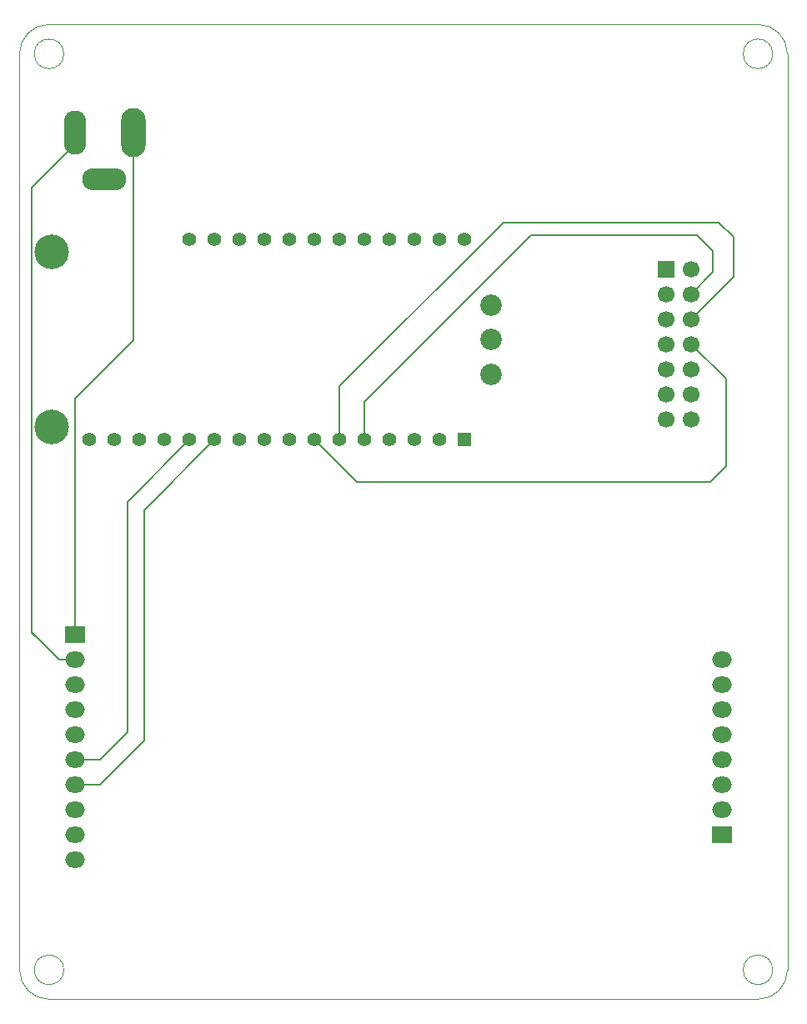
<source format=gbr>
%TF.GenerationSoftware,KiCad,Pcbnew,9.0.4*%
%TF.CreationDate,2025-09-21T19:32:39-04:00*%
%TF.ProjectId,Nanopositioner_V10,4e616e6f-706f-4736-9974-696f6e65725f,rev?*%
%TF.SameCoordinates,Original*%
%TF.FileFunction,Copper,L1,Top*%
%TF.FilePolarity,Positive*%
%FSLAX46Y46*%
G04 Gerber Fmt 4.6, Leading zero omitted, Abs format (unit mm)*
G04 Created by KiCad (PCBNEW 9.0.4) date 2025-09-21 19:32:39*
%MOMM*%
%LPD*%
G01*
G04 APERTURE LIST*
%TA.AperFunction,ComponentPad*%
%ADD10C,1.700000*%
%TD*%
%TA.AperFunction,ComponentPad*%
%ADD11R,1.700000X1.700000*%
%TD*%
%TA.AperFunction,ComponentPad*%
%ADD12O,2.000000X1.651000*%
%TD*%
%TA.AperFunction,ComponentPad*%
%ADD13R,2.000000X1.651000*%
%TD*%
%TA.AperFunction,ComponentPad*%
%ADD14C,1.408000*%
%TD*%
%TA.AperFunction,ComponentPad*%
%ADD15R,1.408000X1.408000*%
%TD*%
%TA.AperFunction,ComponentPad*%
%ADD16C,3.516000*%
%TD*%
%TA.AperFunction,ComponentPad*%
%ADD17C,2.184400*%
%TD*%
%TA.AperFunction,ComponentPad*%
%ADD18O,2.500000X5.000000*%
%TD*%
%TA.AperFunction,ComponentPad*%
%ADD19O,2.250000X4.500000*%
%TD*%
%TA.AperFunction,ComponentPad*%
%ADD20O,4.500000X2.250000*%
%TD*%
%TA.AperFunction,Conductor*%
%ADD21C,0.200000*%
%TD*%
%TA.AperFunction,Profile*%
%ADD22C,0.050000*%
%TD*%
G04 APERTURE END LIST*
D10*
%TO.P,U3,14,Y-*%
%TO.N,Net-(U1-2-)*%
X169200000Y-81080000D03*
%TO.P,U3,13,Y+*%
%TO.N,Net-(U1-2+)*%
X166660000Y-81080000D03*
%TO.P,U3,12,X-*%
%TO.N,Net-(U1-1-)*%
X169200000Y-78540000D03*
%TO.P,U3,11,X+*%
%TO.N,Net-(U1-1+)*%
X166660000Y-78540000D03*
%TO.P,U3,10,3V(Y)*%
%TO.N,Net-(U2-3.3V)*%
X169200000Y-76000000D03*
%TO.P,U3,9,3V(X)*%
X166660000Y-76000000D03*
%TO.P,U3,8,CS(Y)*%
%TO.N,Net-(U2-A5{slash}PA06)*%
X169200000Y-73460000D03*
%TO.P,U3,7,CS(X)*%
%TO.N,Net-(U2-A2{slash}PB08)*%
X166660000Y-73460000D03*
%TO.P,U3,6,CLK(Y)*%
%TO.N,Net-(U2-SCK{slash}PA17)*%
X169200000Y-70920000D03*
%TO.P,U3,5,CLK(X)*%
%TO.N,Net-(U2-A3{slash}PB09)*%
X166660000Y-70920000D03*
%TO.P,U3,4,DO(Y)*%
%TO.N,Net-(U2-MOSI{slash}PB23)*%
X169200000Y-68380000D03*
%TO.P,U3,3,DO(X)*%
%TO.N,Net-(U2-A4{slash}PA04)*%
X166660000Y-68380000D03*
%TO.P,U3,2,GND(Y)*%
%TO.N,Net-(U1-OS)*%
X169200000Y-65840000D03*
D11*
%TO.P,U3,1,GND(X)*%
X166660000Y-65840000D03*
%TD*%
D12*
%TO.P,U1,16,3+*%
%TO.N,unconnected-(U1-3+-Pad16)*%
X172309000Y-110620000D03*
%TO.P,U1,15,2-*%
%TO.N,Net-(U1-2-)*%
X172309000Y-113160000D03*
D13*
%TO.P,U1,11,G*%
%TO.N,unconnected-(U1-G-Pad11)*%
X172309000Y-123320000D03*
D12*
%TO.P,U1,12,1+*%
%TO.N,Net-(U1-1+)*%
X172309000Y-120780000D03*
%TO.P,U1,14,2+*%
%TO.N,Net-(U1-2+)*%
X172309000Y-115700000D03*
%TO.P,U1,13,1-*%
%TO.N,Net-(U1-1-)*%
X172309000Y-118240000D03*
%TO.P,U1,17,3-*%
%TO.N,unconnected-(U1-3--Pad17)*%
X172309000Y-108080000D03*
%TO.P,U1,18,G*%
%TO.N,unconnected-(U1-G-Pad18)*%
X172309000Y-105540000D03*
%TO.P,U1,6,V1*%
%TO.N,Net-(U1-V1)*%
X106650000Y-115700000D03*
%TO.P,U1,5,R-*%
%TO.N,unconnected-(U1-R--Pad5)*%
X106650000Y-113160000D03*
D13*
%TO.P,U1,1,VS*%
%TO.N,Net-(U1-VS)*%
X106650000Y-103000000D03*
D12*
%TO.P,U1,2,G*%
%TO.N,Net-(J1-Pad2)*%
X106650000Y-105540000D03*
%TO.P,U1,4,R+*%
%TO.N,unconnected-(U1-R+-Pad4)*%
X106650000Y-110620000D03*
%TO.P,U1,3,EN*%
%TO.N,unconnected-(U1-EN-Pad3)*%
X106650000Y-108080000D03*
%TO.P,U1,7,V2*%
%TO.N,Net-(U1-V2)*%
X106650000Y-118240000D03*
%TO.P,U1,8,V3*%
%TO.N,unconnected-(U1-V3-Pad8)*%
X106650000Y-120780000D03*
%TO.P,U1,10,OS*%
%TO.N,Net-(U1-OS)*%
X106650000Y-125860000D03*
%TO.P,U1,9,G*%
%TO.N,unconnected-(U1-G-Pad9)*%
X106650000Y-123320000D03*
%TD*%
D14*
%TO.P,U2,16,RESET*%
%TO.N,unconnected-(U2-RESET-Pad16)*%
X108103500Y-83172500D03*
%TO.P,U2,15,3.3V*%
%TO.N,Net-(U2-3.3V)*%
X110643500Y-83172500D03*
%TO.P,U2,14,AREF*%
%TO.N,unconnected-(U2-AREF-Pad14)*%
X113183500Y-83172500D03*
%TO.P,U2,13,GND*%
%TO.N,Net-(U1-OS)*%
X115723500Y-83172500D03*
%TO.P,U2,12,A0/PA02*%
%TO.N,Net-(U1-V1)*%
X118263500Y-83172500D03*
%TO.P,U2,11,A1/PA05*%
%TO.N,Net-(U1-V2)*%
X120803500Y-83172500D03*
%TO.P,U2,10,A2/PB08*%
%TO.N,Net-(U2-A2{slash}PB08)*%
X123343500Y-83172500D03*
%TO.P,U2,9,A3/PB09*%
%TO.N,Net-(U2-A3{slash}PB09)*%
X125883500Y-83172500D03*
%TO.P,U2,8,A4/PA04*%
%TO.N,Net-(U2-A4{slash}PA04)*%
X128423500Y-83172500D03*
%TO.P,U2,7,A5/PA06*%
%TO.N,Net-(U2-A5{slash}PA06)*%
X130963500Y-83172500D03*
%TO.P,U2,6,SCK/PA17*%
%TO.N,Net-(U2-SCK{slash}PA17)*%
X133503500Y-83172500D03*
%TO.P,U2,5,MOSI/PB23*%
%TO.N,Net-(U2-MOSI{slash}PB23)*%
X136043500Y-83172500D03*
%TO.P,U2,4,MISO/PB22*%
%TO.N,unconnected-(U2-MISO{slash}PB22-Pad4)*%
X138583500Y-83172500D03*
%TO.P,U2,3,D0/PB17*%
%TO.N,unconnected-(U2-D0{slash}PB17-Pad3)*%
X141123500Y-83172500D03*
%TO.P,U2,2,D1/PB16*%
%TO.N,unconnected-(U2-D1{slash}PB16-Pad2)*%
X143663500Y-83172500D03*
D15*
%TO.P,U2,1,D4/PA14*%
%TO.N,unconnected-(U2-D4{slash}PA14-Pad1)*%
X146203500Y-83172500D03*
D14*
%TO.P,U2,17,VBAT*%
%TO.N,unconnected-(U2-VBAT-Pad17)*%
X118263500Y-62852500D03*
%TO.P,U2,18,EN*%
%TO.N,unconnected-(U2-EN-Pad18)*%
X120803500Y-62852500D03*
%TO.P,U2,19,VBUS*%
%TO.N,unconnected-(U2-VBUS-Pad19)*%
X123343500Y-62852500D03*
%TO.P,U2,20,D13/PA23*%
%TO.N,unconnected-(U2-D13{slash}PA23-Pad20)*%
X125883500Y-62852500D03*
%TO.P,U2,21,D12/PA22*%
%TO.N,unconnected-(U2-D12{slash}PA22-Pad21)*%
X128423500Y-62852500D03*
%TO.P,U2,22,D11/PA21*%
%TO.N,unconnected-(U2-D11{slash}PA21-Pad22)*%
X130963500Y-62852500D03*
%TO.P,U2,23,D10/PA20*%
%TO.N,unconnected-(U2-D10{slash}PA20-Pad23)*%
X133503500Y-62852500D03*
%TO.P,U2,24,D9/PA19*%
%TO.N,unconnected-(U2-D9{slash}PA19-Pad24)*%
X136043500Y-62852500D03*
%TO.P,U2,25,D6/PA18*%
%TO.N,unconnected-(U2-D6{slash}PA18-Pad25)*%
X138583500Y-62852500D03*
%TO.P,U2,26,D5/PA16*%
%TO.N,unconnected-(U2-D5{slash}PA16-Pad26)*%
X141123500Y-62852500D03*
%TO.P,U2,27,SCL/PA13*%
%TO.N,unconnected-(U2-SCL{slash}PA13-Pad27)*%
X143663500Y-62852500D03*
%TO.P,U2,28,SDA/PA12*%
%TO.N,unconnected-(U2-SDA{slash}PA12-Pad28)*%
X146203500Y-62852500D03*
D16*
%TO.P,U2,P1*%
%TO.N,N/C*%
X104293500Y-81902500D03*
%TO.P,U2,P2*%
X104293500Y-64122500D03*
D17*
%TO.P,U2,29,CAN_L*%
%TO.N,unconnected-(U2-CAN_L-Pad29)*%
X148870500Y-69512500D03*
%TO.P,U2,30,CAN_GND*%
%TO.N,unconnected-(U2-CAN_GND-Pad30)*%
X148870500Y-73012500D03*
%TO.P,U2,31,CAN_H*%
%TO.N,unconnected-(U2-CAN_H-Pad31)*%
X148870500Y-76512500D03*
%TD*%
D18*
%TO.P,J1,1*%
%TO.N,Net-(U1-VS)*%
X112610000Y-52020000D03*
D19*
%TO.P,J1,2*%
%TO.N,Net-(J1-Pad2)*%
X106610000Y-52020000D03*
D20*
%TO.P,J1,3*%
%TO.N,unconnected-(J1-Pad3)*%
X109610000Y-56720000D03*
%TD*%
D21*
%TO.N,Net-(U1-V2)*%
X120803500Y-83172500D02*
X113660000Y-90316000D01*
X113660000Y-90316000D02*
X113660000Y-113730000D01*
X109150000Y-118240000D02*
X106650000Y-118240000D01*
X113660000Y-113730000D02*
X109150000Y-118240000D01*
%TO.N,Net-(U1-V1)*%
X118263500Y-83172500D02*
X111950000Y-89486000D01*
X111950000Y-89486000D02*
X111950000Y-112900000D01*
X111950000Y-112900000D02*
X109150000Y-115700000D01*
X109150000Y-115700000D02*
X106650000Y-115700000D01*
%TO.N,Net-(U1-VS)*%
X106650000Y-103000000D02*
X106650000Y-79040000D01*
X106650000Y-79040000D02*
X112610000Y-73080000D01*
X112610000Y-73080000D02*
X112610000Y-52020000D01*
X106650000Y-102324010D02*
X106677010Y-102297000D01*
%TO.N,Net-(J1-Pad2)*%
X106610000Y-52020000D02*
X106610000Y-53180000D01*
X106610000Y-53180000D02*
X102234500Y-57555500D01*
X102234500Y-102734500D02*
X103265000Y-103765000D01*
X102234500Y-57555500D02*
X102234500Y-102734500D01*
X103265000Y-103765000D02*
X105040000Y-105540000D01*
X105040000Y-105540000D02*
X106650000Y-105540000D01*
%TO.N,Net-(U2-MOSI{slash}PB23)*%
X136043500Y-79326024D02*
X152949524Y-62420000D01*
%TO.N,Net-(U2-A5{slash}PA06)*%
X135271000Y-87480000D02*
X171140000Y-87480000D01*
%TO.N,Net-(U2-SCK{slash}PA17)*%
X133503500Y-77761976D02*
X150155476Y-61110000D01*
%TO.N,Net-(U2-MOSI{slash}PB23)*%
X136043500Y-83172500D02*
X136043500Y-79326024D01*
%TO.N,Net-(U2-SCK{slash}PA17)*%
X133503500Y-83172500D02*
X133503500Y-77761976D01*
%TO.N,Net-(U2-A5{slash}PA06)*%
X130963500Y-83172500D02*
X135271000Y-87480000D01*
%TO.N,Net-(U2-SCK{slash}PA17)*%
X150155476Y-61110000D02*
X172010000Y-61110000D01*
%TO.N,Net-(U2-MOSI{slash}PB23)*%
X152949524Y-62420000D02*
X169830000Y-62420000D01*
%TO.N,Net-(U2-A5{slash}PA06)*%
X172740000Y-77000000D02*
X169200000Y-73460000D01*
%TO.N,Net-(U2-SCK{slash}PA17)*%
X173500000Y-66620000D02*
X169200000Y-70920000D01*
%TO.N,Net-(U2-MOSI{slash}PB23)*%
X171440000Y-66140000D02*
X169200000Y-68380000D01*
X169830000Y-62420000D02*
X171440000Y-64030000D01*
%TO.N,Net-(U2-A5{slash}PA06)*%
X171140000Y-87480000D02*
X172740000Y-85880000D01*
%TO.N,Net-(U2-MOSI{slash}PB23)*%
X171440000Y-64030000D02*
X171440000Y-66140000D01*
%TO.N,Net-(U2-SCK{slash}PA17)*%
X172010000Y-61110000D02*
X173500000Y-62600000D01*
%TO.N,Net-(U2-A5{slash}PA06)*%
X172740000Y-85880000D02*
X172740000Y-77000000D01*
%TO.N,Net-(U2-SCK{slash}PA17)*%
X173500000Y-62600000D02*
X173500000Y-66620000D01*
%TO.N,Net-(J1-Pad2)*%
X102260000Y-102760000D02*
X103265000Y-103765000D01*
%TD*%
D22*
X104000000Y-140000000D02*
G75*
G02*
X101000000Y-137000000I0J3000000D01*
G01*
X179000000Y-137000000D02*
G75*
G02*
X176000000Y-140000000I-3000000J0D01*
G01*
X101000000Y-44000000D02*
G75*
G02*
X104000000Y-41000000I3000000J0D01*
G01*
X176000000Y-41000000D02*
G75*
G02*
X179000000Y-44000000I0J-3000000D01*
G01*
X101000000Y-137000000D02*
X101000000Y-44000000D01*
X176000000Y-140000000D02*
X104000000Y-140000000D01*
X179000000Y-44000000D02*
X179000000Y-137000000D01*
X104000000Y-41000000D02*
X176000000Y-41000000D01*
X105500000Y-137000000D02*
G75*
G02*
X102500000Y-137000000I-1500000J0D01*
G01*
X102500000Y-137000000D02*
G75*
G02*
X105500000Y-137000000I1500000J0D01*
G01*
X177500000Y-137000000D02*
G75*
G02*
X174500000Y-137000000I-1500000J0D01*
G01*
X174500000Y-137000000D02*
G75*
G02*
X177500000Y-137000000I1500000J0D01*
G01*
X177500000Y-44000000D02*
G75*
G02*
X174500000Y-44000000I-1500000J0D01*
G01*
X174500000Y-44000000D02*
G75*
G02*
X177500000Y-44000000I1500000J0D01*
G01*
X105500000Y-44000000D02*
G75*
G02*
X102500000Y-44000000I-1500000J0D01*
G01*
X102500000Y-44000000D02*
G75*
G02*
X105500000Y-44000000I1500000J0D01*
G01*
M02*

</source>
